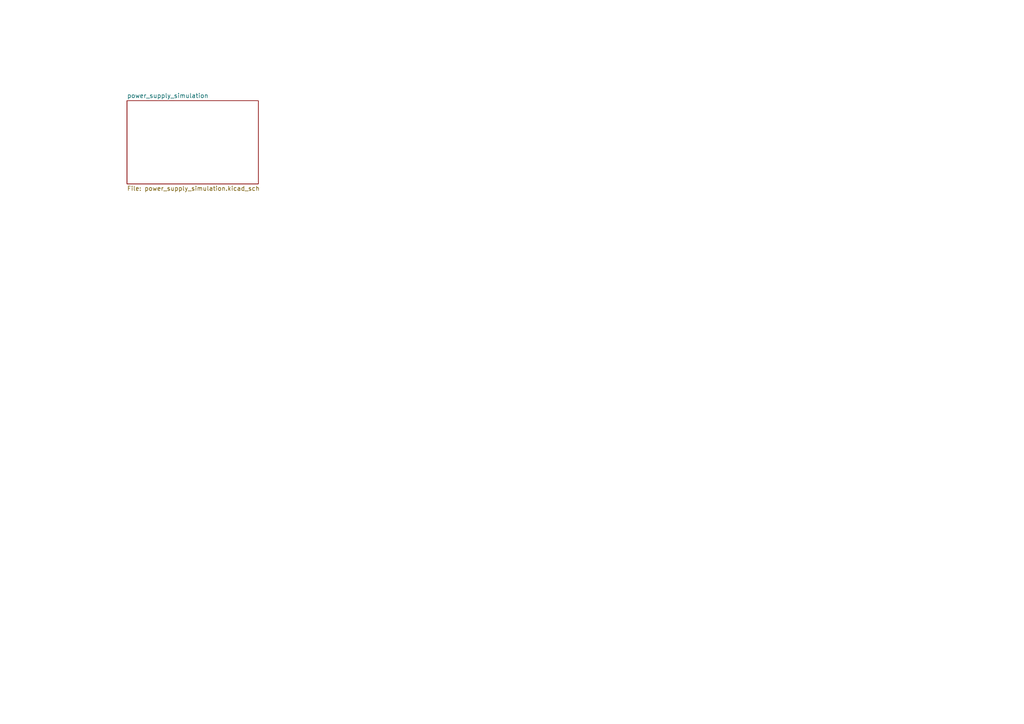
<source format=kicad_sch>
(kicad_sch (version 20211123) (generator eeschema)
  (paper "A4")
  (lib_symbols)
  (sheet (at 36.83 29.21) (size 38.1 24.13) (stroke (width 0.1524))
    (property "Sheet name" "power_supply_simulation" (at 36.83 28.4984 0) (effects (justify left bottom)))
    (property "Sheet file" "power_supply_simulation.kicad_sch" (at 36.83 53.9246 0) (effects (justify left top)))
  )
)
</source>
